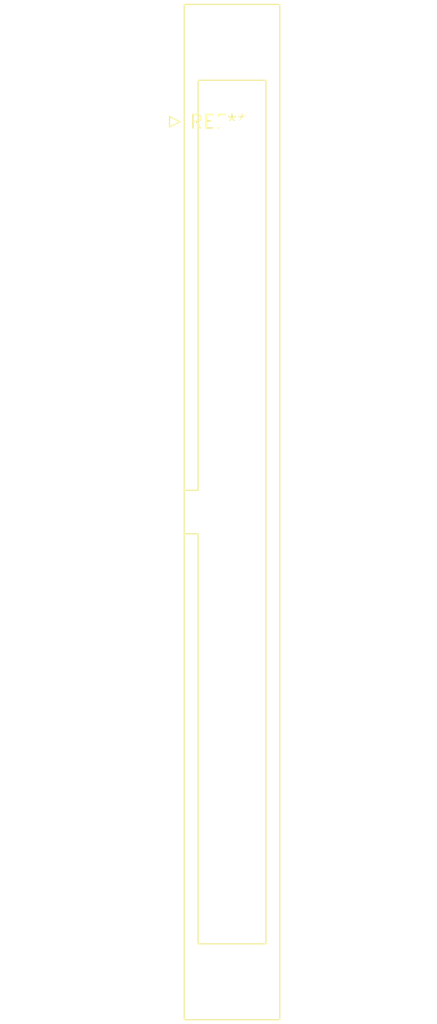
<source format=kicad_pcb>
(kicad_pcb (version 20240108) (generator pcbnew)
  (layers (0 "F.Cu" signal) (31 "B.Cu" signal) (34 "B.Paste" user) (35 "F.Paste" user) (36 "B.SilkS" user "B.Silkscreen") (37 "F.SilkS" user "F.Silkscreen") (38 "B.Mask" user) (39 "F.Mask" user) (44 "Edge.Cuts" user))
  (net 0 "")
  (footprint "IDC-Header_2x30_P2.54mm_Latch_Vertical" (layer "F.Cu") (at 0 0)
    (property "Reference" "REF**")
    (property "Value" "IDC-Header_2x30_P2.54mm_Latch_Vertical")
    (fp_line (start -4.63 -0.5) (end -4.63 0.5) (layer "F.SilkS") (stroke (width 0.12)))
    (fp_line (start -4.63 0.5) (end -3.63 0) (layer "F.SilkS") (stroke (width 0.12)))
    (fp_line (start -3.63 0) (end -4.63 -0.5) (layer "F.SilkS") (stroke (width 0.12)))
    (fp_line (start -3.24 -11.08) (end 5.78 -11.08) (layer "F.SilkS") (stroke (width 0.12)))
    (fp_line (start -3.24 34.78) (end -1.93 34.78) (layer "F.SilkS") (stroke (width 0.12)))
    (fp_line (start -3.24 84.74) (end -3.24 -11.08) (layer "F.SilkS") (stroke (width 0.12)))
    (fp_line (start -1.93 -3.92) (end 4.47 -3.92) (layer "F.SilkS") (stroke (width 0.12)))
    (fp_line (start -1.93 34.78) (end -1.93 -3.92) (layer "F.SilkS") (stroke (width 0.12)))
    (fp_line (start -1.93 38.88) (end -3.24 38.88) (layer "F.SilkS") (stroke (width 0.12)))
    (fp_line (start -1.93 38.88) (end -1.93 38.88) (layer "F.SilkS") (stroke (width 0.12)))
    (fp_line (start -1.93 77.58) (end -1.93 38.88) (layer "F.SilkS") (stroke (width 0.12)))
    (fp_line (start 4.47 -3.92) (end 4.47 77.58) (layer "F.SilkS") (stroke (width 0.12)))
    (fp_line (start 4.47 77.58) (end -1.93 77.58) (layer "F.SilkS") (stroke (width 0.12)))
    (fp_line (start 5.78 -11.08) (end 5.78 84.74) (layer "F.SilkS") (stroke (width 0.12)))
    (fp_line (start 5.78 84.74) (end -3.24 84.74) (layer "F.SilkS") (stroke (width 0.12)))
    (pad "1" thru_hole roundrect (at 0 0) (size 1.7 1.7) (drill 1) (layers *.Cu *.Mask) (remove_unused_layers) (roundrect_rratio 0.147059))
    (pad "2" thru_hole circle (at 2.54 0) (size 1.7 1.7) (drill 1) (layers *.Cu *.Mask) (remove_unused_layers))
    (pad "3" thru_hole circle (at 0 2.54) (size 1.7 1.7) (drill 1) (layers *.Cu *.Mask) (remove_unused_layers))
    (pad "4" thru_hole circle (at 2.54 2.54) (size 1.7 1.7) (drill 1) (layers *.Cu *.Mask) (remove_unused_layers))
    (pad "5" thru_hole circle (at 0 5.08) (size 1.7 1.7) (drill 1) (layers *.Cu *.Mask) (remove_unused_layers))
    (pad "6" thru_hole circle (at 2.54 5.08) (size 1.7 1.7) (drill 1) (layers *.Cu *.Mask) (remove_unused_layers))
    (pad "7" thru_hole circle (at 0 7.62) (size 1.7 1.7) (drill 1) (layers *.Cu *.Mask) (remove_unused_layers))
    (pad "8" thru_hole circle (at 2.54 7.62) (size 1.7 1.7) (drill 1) (layers *.Cu *.Mask) (remove_unused_layers))
    (pad "9" thru_hole circle (at 0 10.16) (size 1.7 1.7) (drill 1) (layers *.Cu *.Mask) (remove_unused_layers))
    (pad "10" thru_hole circle (at 2.54 10.16) (size 1.7 1.7) (drill 1) (layers *.Cu *.Mask) (remove_unused_layers))
    (pad "11" thru_hole circle (at 0 12.7) (size 1.7 1.7) (drill 1) (layers *.Cu *.Mask) (remove_unused_layers))
    (pad "12" thru_hole circle (at 2.54 12.7) (size 1.7 1.7) (drill 1) (layers *.Cu *.Mask) (remove_unused_layers))
    (pad "13" thru_hole circle (at 0 15.24) (size 1.7 1.7) (drill 1) (layers *.Cu *.Mask) (remove_unused_layers))
    (pad "14" thru_hole circle (at 2.54 15.24) (size 1.7 1.7) (drill 1) (layers *.Cu *.Mask) (remove_unused_layers))
    (pad "15" thru_hole circle (at 0 17.78) (size 1.7 1.7) (drill 1) (layers *.Cu *.Mask) (remove_unused_layers))
    (pad "16" thru_hole circle (at 2.54 17.78) (size 1.7 1.7) (drill 1) (layers *.Cu *.Mask) (remove_unused_layers))
    (pad "17" thru_hole circle (at 0 20.32) (size 1.7 1.7) (drill 1) (layers *.Cu *.Mask) (remove_unused_layers))
    (pad "18" thru_hole circle (at 2.54 20.32) (size 1.7 1.7) (drill 1) (layers *.Cu *.Mask) (remove_unused_layers))
    (pad "19" thru_hole circle (at 0 22.86) (size 1.7 1.7) (drill 1) (layers *.Cu *.Mask) (remove_unused_layers))
    (pad "20" thru_hole circle (at 2.54 22.86) (size 1.7 1.7) (drill 1) (layers *.Cu *.Mask) (remove_unused_layers))
    (pad "21" thru_hole circle (at 0 25.4) (size 1.7 1.7) (drill 1) (layers *.Cu *.Mask) (remove_unused_layers))
    (pad "22" thru_hole circle (at 2.54 25.4) (size 1.7 1.7) (drill 1) (layers *.Cu *.Mask) (remove_unused_layers))
    (pad "23" thru_hole circle (at 0 27.94) (size 1.7 1.7) (drill 1) (layers *.Cu *.Mask) (remove_unused_layers))
    (pad "24" thru_hole circle (at 2.54 27.94) (size 1.7 1.7) (drill 1) (layers *.Cu *.Mask) (remove_unused_layers))
    (pad "25" thru_hole circle (at 0 30.48) (size 1.7 1.7) (drill 1) (layers *.Cu *.Mask) (remove_unused_layers))
    (pad "26" thru_hole circle (at 2.54 30.48) (size 1.7 1.7) (drill 1) (layers *.Cu *.Mask) (remove_unused_layers))
    (pad "27" thru_hole circle (at 0 33.02) (size 1.7 1.7) (drill 1) (layers *.Cu *.Mask) (remove_unused_layers))
    (pad "28" thru_hole circle (at 2.54 33.02) (size 1.7 1.7) (drill 1) (layers *.Cu *.Mask) (remove_unused_layers))
    (pad "29" thru_hole circle (at 0 35.56) (size 1.7 1.7) (drill 1) (layers *.Cu *.Mask) (remove_unused_layers))
    (pad "30" thru_hole circle (at 2.54 35.56) (size 1.7 1.7) (drill 1) (layers *.Cu *.Mask) (remove_unused_layers))
    (pad "31" thru_hole circle (at 0 38.1) (size 1.7 1.7) (drill 1) (layers *.Cu *.Mask) (remove_unused_layers))
    (pad "32" thru_hole circle (at 2.54 38.1) (size 1.7 1.7) (drill 1) (layers *.Cu *.Mask) (remove_unused_layers))
    (pad "33" thru_hole circle (at 0 40.64) (size 1.7 1.7) (drill 1) (layers *.Cu *.Mask) (remove_unused_layers))
    (pad "34" thru_hole circle (at 2.54 40.64) (size 1.7 1.7) (drill 1) (layers *.Cu *.Mask) (remove_unused_layers))
    (pad "35" thru_hole circle (at 0 43.18) (size 1.7 1.7) (drill 1) (layers *.Cu *.Mask) (remove_unused_layers))
    (pad "36" thru_hole circle (at 2.54 43.18) (size 1.7 1.7) (drill 1) (layers *.Cu *.Mask) (remove_unused_layers))
    (pad "37" thru_hole circle (at 0 45.72) (size 1.7 1.7) (drill 1) (layers *.Cu *.Mask) (remove_unused_layers))
    (pad "38" thru_hole circle (at 2.54 45.72) (size 1.7 1.7) (drill 1) (layers *.Cu *.Mask) (remove_unused_layers))
    (pad "39" thru_hole circle (at 0 48.26) (size 1.7 1.7) (drill 1) (layers *.Cu *.Mask) (remove_unused_layers))
    (pad "40" thru_hole circle (at 2.54 48.26) (size 1.7 1.7) (drill 1) (layers *.Cu *.Mask) (remove_unused_layers))
    (pad "41" thru_hole circle (at 0 50.8) (size 1.7 1.7) (drill 1) (layers *.Cu *.Mask) (remove_unused_layers))
    (pad "42" thru_hole circle (at 2.54 50.8) (size 1.7 1.7) (drill 1) (layers *.Cu *.Mask) (remove_unused_layers))
    (pad "43" thru_hole circle (at 0 53.34) (size 1.7 1.7) (drill 1) (layers *.Cu *.Mask) (remove_unused_layers))
    (pad "44" thru_hole circle (at 2.54 53.34) (size 1.7 1.7) (drill 1) (layers *.Cu *.Mask) (remove_unused_layers))
    (pad "45" thru_hole circle (at 0 55.88) (size 1.7 1.7) (drill 1) (layers *.Cu *.Mask) (remove_unused_layers))
    (pad "46" thru_hole circle (at 2.54 55.88) (size 1.7 1.7) (drill 1) (layers *.Cu *.Mask) (remove_unused_layers))
    (pad "47" thru_hole circle (at 0 58.42) (size 1.7 1.7) (drill 1) (layers *.Cu *.Mask) (remove_unused_layers))
    (pad "48" thru_hole circle (at 2.54 58.42) (size 1.7 1.7) (drill 1) (layers *.Cu *.Mask) (remove_unused_layers))
    (pad "49" thru_hole circle (at 0 60.96) (size 1.7 1.7) (drill 1) (layers *.Cu *.Mask) (remove_unused_layers))
    (pad "50" thru_hole circle (at 2.54 60.96) (size 1.7 1.7) (drill 1) (layers *.Cu *.Mask) (remove_unused_layers))
    (pad "51" thru_hole circle (at 0 63.5) (size 1.7 1.7) (drill 1) (layers *.Cu *.Mask) (remove_unused_layers))
    (pad "52" thru_hole circle (at 2.54 63.5) (size 1.7 1.7) (drill 1) (layers *.Cu *.Mask) (remove_unused_layers))
    (pad "53" thru_hole circle (at 0 66.04) (size 1.7 1.7) (drill 1) (layers *.Cu *.Mask) (remove_unused_layers))
    (pad "54" thru_hole circle (at 2.54 66.04) (size 1.7 1.7) (drill 1) (layers *.Cu *.Mask) (remove_unused_layers))
    (pad "55" thru_hole circle (at 0 68.58) (size 1.7 1.7) (drill 1) (layers *.Cu *.Mask) (remove_unused_layers))
    (pad "56" thru_hole circle (at 2.54 68.58) (size 1.7 1.7) (drill 1) (layers *.Cu *.Mask) (remove_unused_layers))
    (pad "57" thru_hole circle (at 0 71.12) (size 1.7 1.7) (drill 1) (layers *.Cu *.Mask) (remove_unused_layers))
    (pad "58" thru_hole circle (at 2.54 71.12) (size 1.7 1.7) (drill 1) (layers *.Cu *.Mask) (remove_unused_layers))
    (pad "59" thru_hole circle (at 0 73.66) (size 1.7 1.7) (drill 1) (layers *.Cu *.Mask) (remove_unused_layers))
    (pad "60" thru_hole circle (at 2.54 73.66) (size 1.7 1.7) (drill 1) (layers *.Cu *.Mask) (remove_unused_layers))
  )
)
</source>
